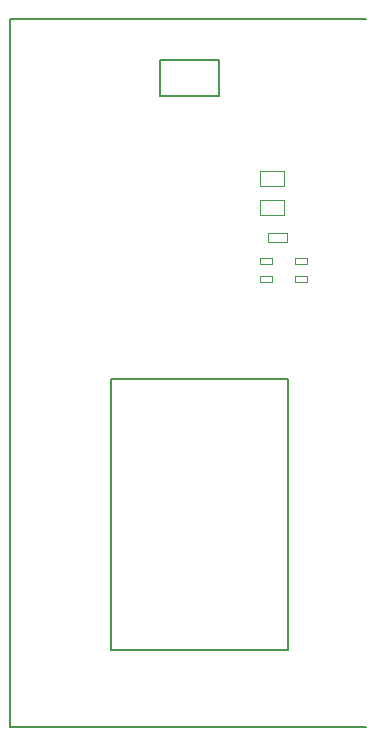
<source format=gbr>
%TF.GenerationSoftware,Altium Limited,Altium Designer,21.1.0 (24)*%
G04 Layer_Color=16711935*
%FSLAX45Y45*%
%MOMM*%
%TF.SameCoordinates,49BA872B-5DCF-458F-AF9B-1BC46ABFEFE7*%
%TF.FilePolarity,Positive*%
%TF.FileFunction,Other,Mechanical_13*%
%TF.Part,Single*%
G01*
G75*
%TA.AperFunction,NonConductor*%
%ADD31C,0.20000*%
%ADD32C,0.10000*%
D31*
X584200Y6197273D02*
X584201Y204275D01*
X3595338D01*
X584200Y6197273D02*
X3595338D01*
X2350001Y5550005D02*
Y5850005D01*
X1850002Y5550005D02*
X2350001D01*
X1850002D02*
Y5850005D01*
X2350001D01*
X1435002Y854104D02*
Y3154104D01*
Y854104D02*
X2934999D01*
Y3154104D01*
X1435002D02*
X2934999D01*
D32*
X2700003Y4124999D02*
X2800003D01*
X2700003D02*
Y4175002D01*
X2800003D01*
Y4124999D02*
Y4175002D01*
X3000003D02*
X3100002D01*
Y4124999D02*
Y4175002D01*
X3000003Y4124999D02*
X3100002D01*
X3000003D02*
Y4175002D01*
Y3974997D02*
X3100002D01*
X3000003D02*
Y4024999D01*
X3100002D01*
Y3974997D02*
Y4024999D01*
X2700003D02*
X2800003D01*
Y3974997D02*
Y4024999D01*
X2700003Y3974997D02*
X2800003D01*
X2700003D02*
Y4024999D01*
X2699998Y4787497D02*
X2899998D01*
X2699998D02*
Y4912496D01*
X2899998D01*
Y4787497D02*
Y4912496D01*
X2770001Y4309495D02*
X2930000D01*
X2770001D02*
Y4390495D01*
X2930000D01*
Y4309495D02*
Y4390495D01*
X2699998Y4537500D02*
X2899998D01*
X2699998D02*
Y4662499D01*
X2899998D01*
Y4537500D02*
Y4662499D01*
%TF.MD5,04629c65101cba306dadceecdffa0a63*%
M02*

</source>
